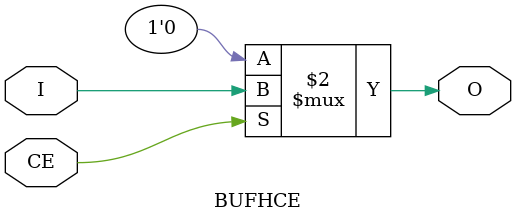
<source format=v>
module LUT6_2(output O6, output O5, input I0, I1, I2, I3, I4, I5);
  parameter [63:0] INIT = 0;
  wire [31: 0] s5 = I5 ? INIT[63:32] : INIT[31: 0];
  wire [15: 0] s4 = I4 ?   s5[31:16] :   s5[15: 0];
  wire [ 7: 0] s3 = I3 ?   s4[15: 8] :   s4[ 7: 0];
  wire [ 3: 0] s2 = I2 ?   s3[ 7: 4] :   s3[ 3: 0];
  wire [ 1: 0] s1 = I1 ?   s2[ 3: 2] :   s2[ 1: 0];
  assign O6 = I0 ? s1[1] : s1[0];

  wire [15: 0] s5_4 = I4 ? INIT[31:16] : INIT[15: 0];
  wire [ 7: 0] s5_3 = I3 ? s5_4[15: 8] : s5_4[ 7: 0];
  wire [ 3: 0] s5_2 = I2 ? s5_3[ 7: 4] : s5_3[ 3: 0];
  wire [ 1: 0] s5_1 = I1 ? s5_2[ 3: 2] : s5_2[ 1: 0];
  assign O5 = I0 ? s5_1[1] : s5_1[0];
endmodule
// module LUT6_2(O5, O6, I0, I1, I2, I3, I4, I5);
// 	input wire I0;
// 	input wire I1;
// 	input wire I2;
// 	input wire I3;
// 	input wire I4;
// 	input wire I5;

// 	output wire O6;
// 	output wire O5;

// 	parameter [63:0] INIT = 0;
// 	// LUT5 (upper)
// 	wire [15: 0] upper_s4 = I4 ?       INIT[63:48] :     INIT[47:32];
// 	wire [ 7: 0] upper_s3 = I3 ?   upper_s4[15: 8] : upper_s4[ 7: 0];
// 	wire [ 3: 0] upper_s2 = I2 ?   upper_s3[ 7: 4] : upper_s3[ 3: 0];
// 	wire [ 1: 0] upper_s1 = I1 ?   upper_s2[ 3: 2] : upper_s2[ 1: 0];
// 	wire         upper_O  = I0 ?   upper_s1[    1] : upper_s1[    0];

// 	// LUT5 (lower)
// 	wire [15: 0] lower_s4 = I4 ?       INIT[31:16] :     INIT[15: 0];
// 	wire [ 7: 0] lower_s3 = I3 ?   lower_s4[15: 8] : lower_s4[ 7: 0];
// 	wire [ 3: 0] lower_s2 = I2 ?   lower_s3[ 7: 4] : lower_s3[ 3: 0];
// 	wire [ 1: 0] lower_s1 = I1 ?   lower_s2[ 3: 2] : lower_s2[ 1: 0];
// 	wire         lower_O  = I0 ?   lower_s1[    1] : lower_s1[    0];
// 	assign O5 = lower_O;

// 	// MUXF6
// 	assign O6 = I5 ? upper_O : lower_O;
// endmodule

module T_INV (
    input  TI,
    output TO
);

  assign TO = ~TI;

endmodule

// ============================================================================
// MUX

module MUXF6 (output wire O, input wire I0,  input wire I1, input wire S);
	assign O = S ? I0 : I1;
endmodule

// CARRY4
(* abc9_box, lib_whitebox *)
module CARRY4(
  (* abc9_carry *)
  output [3:0] CO,
  output [3:0] O,
  (* abc9_carry *)
  input        CI,
  input        CYINIT,
  input  [3:0] DI, S
);
  assign O = S ^ {CO[2:0], CI | CYINIT};
  assign CO[0] = S[0] ? CI | CYINIT : DI[0];
  assign CO[1] = S[1] ? CO[0] : DI[1];
  assign CO[2] = S[2] ? CO[1] : DI[2];
  assign CO[3] = S[3] ? CO[2] : DI[3];
endmodule

module VCC(output VCC);
  assign VCC = 1;
endmodule

module GND(output GND);
  assign GND = 0;
endmodule

(* abc9_flop, lib_whitebox *)
module FDRE (
  output reg Q,
  (* clkbuf_sink *)
  (* invertible_pin = "IS_C_INVERTED" *)
  input C,
  input CE,
  (* invertible_pin = "IS_D_INVERTED" *)
  input D,
  (* invertible_pin = "IS_R_INVERTED" *)
  input R
);
  parameter [0:0] INIT = 1'b0;
  parameter [0:0] IS_C_INVERTED = 1'b0;
  parameter [0:0] IS_D_INVERTED = 1'b0;
  parameter [0:0] IS_R_INVERTED = 1'b0;
  initial Q <= INIT;
  generate
  case (|IS_C_INVERTED)
    1'b0: always @(posedge C) if (R == !IS_R_INVERTED) Q <= 1'b0; else if (CE) Q <= D ^ IS_D_INVERTED;
    1'b1: always @(negedge C) if (R == !IS_R_INVERTED) Q <= 1'b0; else if (CE) Q <= D ^ IS_D_INVERTED;
  endcase
  endgenerate
endmodule

module BUFGCTRL(
    (* clkbuf_driver *)
    output O,
    input I0, input I1,
    (* invertible_pin = "IS_S0_INVERTED" *)
    input S0,
    (* invertible_pin = "IS_S1_INVERTED" *)
    input S1,
    (* invertible_pin = "IS_CE0_INVERTED" *)
    input CE0,
    (* invertible_pin = "IS_CE1_INVERTED" *)
    input CE1,
    (* invertible_pin = "IS_IGNORE0_INVERTED" *)
    input IGNORE0,
    (* invertible_pin = "IS_IGNORE1_INVERTED" *)
    input IGNORE1);

parameter [0:0] INIT_OUT = 1'b0;
parameter PRESELECT_I0 = "FALSE";
parameter PRESELECT_I1 = "FALSE";
parameter [0:0] IS_CE0_INVERTED = 1'b0;
parameter [0:0] IS_CE1_INVERTED = 1'b0;
parameter [0:0] IS_S0_INVERTED = 1'b0;
parameter [0:0] IS_S1_INVERTED = 1'b0;
parameter [0:0] IS_IGNORE0_INVERTED = 1'b0;
parameter [0:0] IS_IGNORE1_INVERTED = 1'b0;

wire I0_internal = ((CE0 ^ IS_CE0_INVERTED) ? I0 : INIT_OUT);
wire I1_internal = ((CE1 ^ IS_CE1_INVERTED) ? I1 : INIT_OUT);
wire S0_true = (S0 ^ IS_S0_INVERTED);
wire S1_true = (S1 ^ IS_S1_INVERTED);

assign O = S0_true ? I0_internal : (S1_true ? I1_internal : INIT_OUT);

endmodule

module BUFHCE(
    (* clkbuf_driver *)
    output O,
    input I,
    (* invertible_pin = "IS_CE_INVERTED" *)
    input CE);

parameter [0:0] INIT_OUT = 1'b0;
parameter CE_TYPE = "SYNC";
parameter [0:0] IS_CE_INVERTED = 1'b0;

assign O = ((CE ^ IS_CE_INVERTED) ? I : INIT_OUT);

endmodule

</source>
